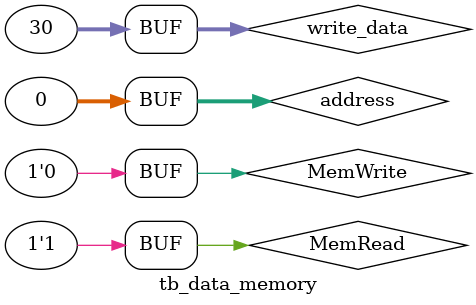
<source format=v>
`timescale 1ns / 1ps


module tb_data_memory;

	// Inputs
	reg [31:0] address;
	reg [31:0] write_data;
	reg MemWrite;
	reg MemRead;

	// Outputs
	wire [31:0] read_data;

	// Instantiate the Unit Under Test (UUT)
	data_memory uut (
		.address(address), 
		.write_data(write_data), 
		.MemWrite(MemWrite), 
		.MemRead(MemRead), 
		.read_data(read_data)
	);

	initial begin
		// Initialize Inputs
		address = 0;
		write_data = 0;
		MemWrite = 0;
		MemRead = 0;

		// Wait 100 ns for global reset to finish
		#100;
      MemWrite = 1;
		write_data = 10;
		#10;
		address = 1;
		write_data = 20;
		#10;
		address = 2;
		write_data = 30;
		#10; 
		MemWrite = 0;
		MemRead = 1;
		#10;
		address = 1;
		#10;
		address = 0;
		// Add stimulus here

	end
      
endmodule


</source>
